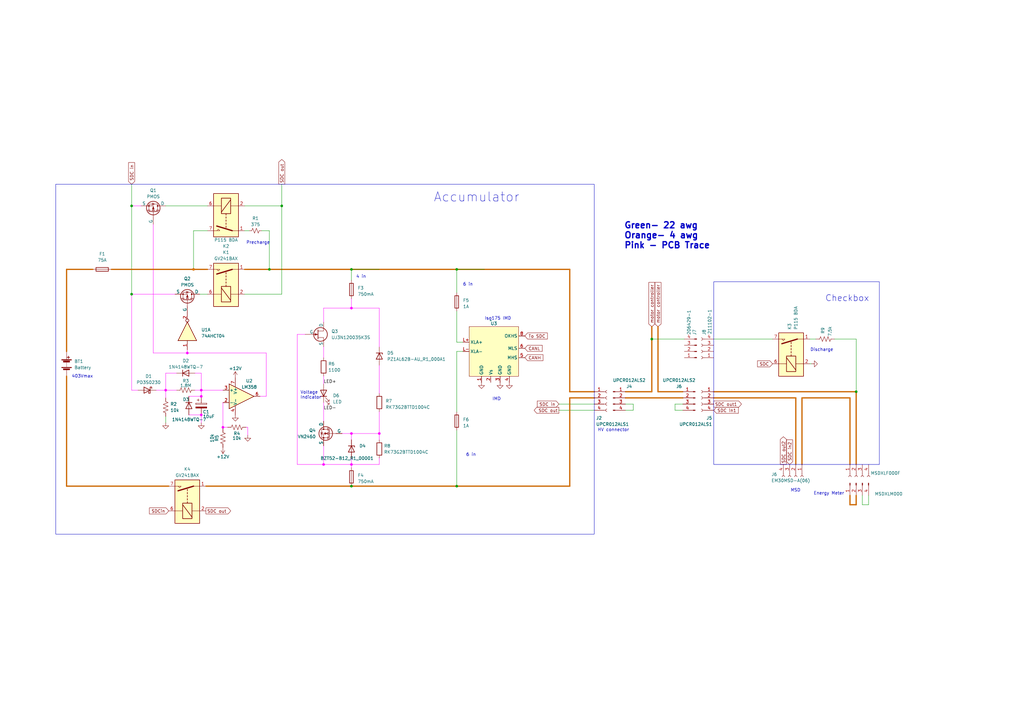
<source format=kicad_sch>
(kicad_sch (version 20231120) (generator "eeschema") (generator_version "8.0")
  (paper "A3")
  (lib_symbols
    (symbol "74xx:74AHCT04"
      (property "Reference" "U" (at 0 1.27 0))
      (property "Value" "74AHCT04" (at 0 -1.27 0))
      (symbol "74AHCT04_1_0"
        (polyline (pts (xy -3.81 3.81) (xy -3.81 -3.81) (xy 3.81 0) (xy -3.81 3.81)) (stroke (width 0.254)) (fill (type background)))
        (pin input line (at -7.62 0 0) (length 3.81) (name "~") (number "1"))
        (pin output inverted (at 7.62 0 180) (length 3.81) (name "~") (number "2"))
      )
      (symbol "74AHCT04_2_0"
        (polyline (pts (xy -3.81 3.81) (xy -3.81 -3.81) (xy 3.81 0) (xy -3.81 3.81)) (stroke (width 0.254)) (fill (type background)))
        (pin input line (at -7.62 0 0) (length 3.81) (name "~") (number "3"))
        (pin output inverted (at 7.62 0 180) (length 3.81) (name "~") (number "4"))
      )
      (symbol "74AHCT04_3_0"
        (polyline (pts (xy -3.81 3.81) (xy -3.81 -3.81) (xy 3.81 0) (xy -3.81 3.81)) (stroke (width 0.254)) (fill (type background)))
        (pin input line (at -7.62 0 0) (length 3.81) (name "~") (number "5"))
        (pin output inverted (at 7.62 0 180) (length 3.81) (name "~") (number "6"))
      )
      (symbol "74AHCT04_4_0"
        (polyline (pts (xy -3.81 3.81) (xy -3.81 -3.81) (xy 3.81 0) (xy -3.81 3.81)) (stroke (width 0.254)) (fill (type background)))
        (pin output inverted (at 7.62 0 180) (length 3.81) (name "~") (number "8"))
        (pin input line (at -7.62 0 0) (length 3.81) (name "~") (number "9"))
      )
      (symbol "74AHCT04_5_0"
        (polyline (pts (xy -3.81 3.81) (xy -3.81 -3.81) (xy 3.81 0) (xy -3.81 3.81)) (stroke (width 0.254)) (fill (type background)))
        (pin output inverted (at 7.62 0 180) (length 3.81) (name "~") (number "10"))
        (pin input line (at -7.62 0 0) (length 3.81) (name "~") (number "11"))
      )
      (symbol "74AHCT04_6_0"
        (polyline (pts (xy -3.81 3.81) (xy -3.81 -3.81) (xy 3.81 0) (xy -3.81 3.81)) (stroke (width 0.254)) (fill (type background)))
        (pin output inverted (at 7.62 0 180) (length 3.81) (name "~") (number "12"))
        (pin input line (at -7.62 0 0) (length 3.81) (name "~") (number "13"))
      )
      (symbol "74AHCT04_7_0"
        (pin power_in line (at 0 12.7 270) (length 5.08) (name "VCC") (number "14"))
        (pin power_in line (at 0 -12.7 90) (length 5.08) (name "GND") (number "7"))
      )
      (symbol "74AHCT04_7_1"
        (rectangle (start -5.08 7.62) (end 5.08 -7.62) (stroke (width 0.254)) (fill (type background)))
      )
    )
    (symbol "Amplifier_Operational:AD8001AN" (pin_names (offset 0.127))
      (property "Reference" "U" (at 0 6.35 0))
      (property "Value" "AD8001AN" (at 0 3.81 0))
      (symbol "AD8001AN_0_1"
        (polyline (pts (xy -5.08 5.08) (xy 5.08 0) (xy -5.08 -5.08) (xy -5.08 5.08)) (stroke (width 0.254)) (fill (type background)))
      )
      (symbol "AD8001AN_1_1"
        (pin no_connect line (at -5.08 -2.54 90) (length 2.54) hide (name "NC") (number "1"))
        (pin input line (at -7.62 -2.54 0) (length 2.54) (name "-") (number "2"))
        (pin input line (at -7.62 2.54 0) (length 2.54) (name "+") (number "3"))
        (pin power_in line (at -2.54 -7.62 90) (length 3.81) (name "V-") (number "4"))
        (pin no_connect line (at -2.54 -2.54 90) (length 2.54) hide (name "NC") (number "5"))
        (pin output line (at 7.62 0 180) (length 2.54) (name "~") (number "6"))
        (pin power_in line (at -2.54 7.62 270) (length 3.81) (name "V+") (number "7"))
        (pin no_connect line (at 0 -2.54 90) (length 2.54) hide (name "NC") (number "8"))
      )
    )
    (symbol "Connector:Conn_01x04_Pin" (pin_names (offset 1.016) hide)
      (property "Reference" "J" (at 0 5.08 0))
      (property "Value" "Conn_01x04_Pin" (at 0 -7.62 0))
      (symbol "Conn_01x04_Pin_1_1"
        (polyline (pts (xy 1.27 -5.08) (xy 0.8636 -5.08)) (stroke (width 0.1524)))
        (polyline (pts (xy 1.27 -2.54) (xy 0.8636 -2.54)) (stroke (width 0.1524)))
        (polyline (pts (xy 1.27 0) (xy 0.8636 0)) (stroke (width 0.1524)))
        (polyline (pts (xy 1.27 2.54) (xy 0.8636 2.54)) (stroke (width 0.1524)))
        (rectangle (start 0.8636 -4.953) (end 0 -5.207) (stroke (width 0.1524)) (fill (type outline)))
        (rectangle (start 0.8636 -2.413) (end 0 -2.667) (stroke (width 0.1524)) (fill (type outline)))
        (rectangle (start 0.8636 0.127) (end 0 -0.127) (stroke (width 0.1524)) (fill (type outline)))
        (rectangle (start 0.8636 2.667) (end 0 2.413) (stroke (width 0.1524)) (fill (type outline)))
        (pin passive line (at 5.08 2.54 180) (length 3.81) (name "Pin_1") (number "1"))
        (pin passive line (at 5.08 0 180) (length 3.81) (name "Pin_2") (number "2"))
        (pin passive line (at 5.08 -2.54 180) (length 3.81) (name "Pin_3") (number "3"))
        (pin passive line (at 5.08 -5.08 180) (length 3.81) (name "Pin_4") (number "4"))
      )
    )
    (symbol "Connector:Conn_01x04_Socket" (pin_names (offset 1.016) hide)
      (property "Reference" "J" (at 0 5.08 0))
      (property "Value" "Conn_01x04_Socket" (at 0 -7.62 0))
      (symbol "Conn_01x04_Socket_1_1"
        (arc (start 0 -4.572) (mid -0.5058 -5.08) (end 0 -5.588) (stroke (width 0.1524)))
        (arc (start 0 -2.032) (mid -0.5058 -2.54) (end 0 -3.048) (stroke (width 0.1524)))
        (polyline (pts (xy -1.27 -5.08) (xy -0.508 -5.08)) (stroke (width 0.1524)))
        (polyline (pts (xy -1.27 -2.54) (xy -0.508 -2.54)) (stroke (width 0.1524)))
        (polyline (pts (xy -1.27 0) (xy -0.508 0)) (stroke (width 0.1524)))
        (polyline (pts (xy -1.27 2.54) (xy -0.508 2.54)) (stroke (width 0.1524)))
        (arc (start 0 0.508) (mid -0.5058 0) (end 0 -0.508) (stroke (width 0.1524)))
        (arc (start 0 3.048) (mid -0.5058 2.54) (end 0 2.032) (stroke (width 0.1524)))
        (pin passive line (at -5.08 2.54 0) (length 3.81) (name "Pin_1") (number "1"))
        (pin passive line (at -5.08 0 0) (length 3.81) (name "Pin_2") (number "2"))
        (pin passive line (at -5.08 -2.54 0) (length 3.81) (name "Pin_3") (number "3"))
        (pin passive line (at -5.08 -5.08 0) (length 3.81) (name "Pin_4") (number "4"))
      )
    )
    (symbol "Device:Battery" (pin_numbers hide) (pin_names (offset 0) hide)
      (property "Reference" "BT" (at 2.54 2.54 0))
      (property "Value" "Battery" (at 2.54 0 0))
      (symbol "Battery_0_1"
        (rectangle (start -2.032 -1.397) (end 2.032 -1.651) (fill (type outline)))
        (rectangle (start -2.032 1.778) (end 2.032 1.524) (fill (type outline)))
        (rectangle (start -1.3208 -1.9812) (end 1.27 -2.4892) (fill (type outline)))
        (rectangle (start -1.3208 1.1938) (end 1.27 0.6858) (fill (type outline)))
        (polyline (pts (xy 0 -1.524) (xy 0 -1.27)))
        (polyline (pts (xy 0 -1.016) (xy 0 -0.762)))
        (polyline (pts (xy 0 -0.508) (xy 0 -0.254)))
        (polyline (pts (xy 0 0) (xy 0 0.254)))
        (polyline (pts (xy 0 0.508) (xy 0 0.762)))
        (polyline (pts (xy 0 1.778) (xy 0 2.54)))
        (polyline (pts (xy 0.254 2.667) (xy 1.27 2.667)) (stroke (width 0.254)))
        (polyline (pts (xy 0.762 3.175) (xy 0.762 2.159)) (stroke (width 0.254)))
      )
      (symbol "Battery_1_1"
        (pin passive line (at 0 5.08 270) (length 2.54) (name "+") (number "1"))
        (pin passive line (at 0 -5.08 90) (length 2.54) (name "-") (number "2"))
      )
    )
    (symbol "Device:C_Polarized" (pin_numbers hide) (pin_names (offset 0.254))
      (property "Reference" "C" (at 0.635 2.54 0))
      (property "Value" "C_Polarized" (at 0.635 -2.54 0))
      (symbol "C_Polarized_0_1"
        (rectangle (start -2.286 0.508) (end 2.286 1.016))
        (polyline (pts (xy -1.778 2.286) (xy -0.762 2.286)))
        (polyline (pts (xy -1.27 2.794) (xy -1.27 1.778)))
        (rectangle (start 2.286 -0.508) (end -2.286 -1.016) (fill (type outline)))
      )
      (symbol "C_Polarized_1_1"
        (pin passive line (at 0 3.81 270) (length 2.794) (name "~") (number "1"))
        (pin passive line (at 0 -3.81 90) (length 2.794) (name "~") (number "2"))
      )
    )
    (symbol "Device:D_Schottky" (pin_numbers hide) (pin_names (offset 1.016) hide)
      (property "Reference" "D" (at 0 2.54 0))
      (property "Value" "D_Schottky" (at 0 -2.54 0))
      (symbol "D_Schottky_0_1"
        (polyline (pts (xy 1.27 0) (xy -1.27 0)))
        (polyline (pts (xy 1.27 1.27) (xy 1.27 -1.27) (xy -1.27 0) (xy 1.27 1.27)) (stroke (width 0.254)))
        (polyline (pts (xy -1.905 0.635) (xy -1.905 1.27) (xy -1.27 1.27) (xy -1.27 -1.27) (xy -0.635 -1.27) (xy -0.635 -0.635)) (stroke (width 0.254)))
      )
      (symbol "D_Schottky_1_1"
        (pin passive line (at -3.81 0 0) (length 2.54) (name "K") (number "1"))
        (pin passive line (at 3.81 0 180) (length 2.54) (name "A") (number "2"))
      )
    )
    (symbol "Device:D_Zener" (pin_numbers hide) (pin_names (offset 1.016) hide)
      (property "Reference" "D" (at 0 2.54 0))
      (property "Value" "D_Zener" (at 0 -2.54 0))
      (symbol "D_Zener_0_1"
        (polyline (pts (xy 1.27 0) (xy -1.27 0)))
        (polyline (pts (xy -1.27 -1.27) (xy -1.27 1.27) (xy -0.762 1.27)) (stroke (width 0.254)))
        (polyline (pts (xy 1.27 -1.27) (xy 1.27 1.27) (xy -1.27 0) (xy 1.27 -1.27)) (stroke (width 0.254)))
      )
      (symbol "D_Zener_1_1"
        (pin passive line (at -3.81 0 0) (length 2.54) (name "K") (number "1"))
        (pin passive line (at 3.81 0 180) (length 2.54) (name "A") (number "2"))
      )
    )
    (symbol "Device:Fuse" (pin_numbers hide) (pin_names (offset 0))
      (property "Reference" "F" (at 2.032 0 90))
      (property "Value" "Fuse" (at -1.905 0 90))
      (symbol "Fuse_0_1"
        (rectangle (start -0.762 -2.54) (end 0.762 2.54) (stroke (width 0.254)))
        (polyline (pts (xy 0 2.54) (xy 0 -2.54)))
      )
      (symbol "Fuse_1_1"
        (pin passive line (at 0 3.81 270) (length 1.27) (name "~") (number "1"))
        (pin passive line (at 0 -3.81 90) (length 1.27) (name "~") (number "2"))
      )
    )
    (symbol "Device:LED" (pin_numbers hide) (pin_names (offset 1.016) hide)
      (property "Reference" "D" (at 0 2.54 0))
      (property "Value" "LED" (at 0 -2.54 0))
      (symbol "LED_0_1"
        (polyline (pts (xy -1.27 -1.27) (xy -1.27 1.27)) (stroke (width 0.254)))
        (polyline (pts (xy -1.27 0) (xy 1.27 0)))
        (polyline (pts (xy 1.27 -1.27) (xy 1.27 1.27) (xy -1.27 0) (xy 1.27 -1.27)) (stroke (width 0.254)))
        (polyline (pts (xy -3.048 -0.762) (xy -4.572 -2.286) (xy -3.81 -2.286) (xy -4.572 -2.286) (xy -4.572 -1.524)))
        (polyline (pts (xy -1.778 -0.762) (xy -3.302 -2.286) (xy -2.54 -2.286) (xy -3.302 -2.286) (xy -3.302 -1.524)))
      )
      (symbol "LED_1_1"
        (pin passive line (at -3.81 0 0) (length 2.54) (name "K") (number "1"))
        (pin passive line (at 3.81 0 180) (length 2.54) (name "A") (number "2"))
      )
    )
    (symbol "Device:R" (pin_numbers hide) (pin_names (offset 0))
      (property "Reference" "R" (at 2.032 0 90))
      (property "Value" "R" (at 0 0 90))
      (symbol "R_0_1"
        (rectangle (start -1.016 -2.54) (end 1.016 2.54) (stroke (width 0.254)))
      )
      (symbol "R_1_1"
        (pin passive line (at 0 3.81 270) (length 1.27) (name "~") (number "1"))
        (pin passive line (at 0 -3.81 90) (length 1.27) (name "~") (number "2"))
      )
    )
    (symbol "Device:R_Small_US" (pin_numbers hide) (pin_names (offset 0.254) hide)
      (property "Reference" "R" (at 0.762 0.508 0))
      (property "Value" "R_Small_US" (at 0.762 -1.016 0))
      (symbol "R_Small_US_1_1"
        (polyline (pts (xy 0 0) (xy 1.016 -0.381) (xy 0 -0.762) (xy -1.016 -1.143) (xy 0 -1.524)))
        (polyline (pts (xy 0 1.524) (xy 1.016 1.143) (xy 0 0.762) (xy -1.016 0.381) (xy 0 0)))
        (pin passive line (at 0 2.54 270) (length 1.016) (name "~") (number "1"))
        (pin passive line (at 0 -2.54 90) (length 1.016) (name "~") (number "2"))
      )
    )
    (symbol "Device:R_US" (pin_numbers hide) (pin_names (offset 0))
      (property "Reference" "R" (at 2.54 0 90))
      (property "Value" "R_US" (at -2.54 0 90))
      (symbol "R_US_0_1"
        (polyline (pts (xy 0 -2.286) (xy 0 -2.54)))
        (polyline (pts (xy 0 2.286) (xy 0 2.54)))
        (polyline (pts (xy 0 -0.762) (xy 1.016 -1.143) (xy 0 -1.524) (xy -1.016 -1.905) (xy 0 -2.286)))
        (polyline (pts (xy 0 0.762) (xy 1.016 0.381) (xy 0 0) (xy -1.016 -0.381) (xy 0 -0.762)))
        (polyline (pts (xy 0 2.286) (xy 1.016 1.905) (xy 0 1.524) (xy -1.016 1.143) (xy 0 0.762)))
      )
      (symbol "R_US_1_1"
        (pin passive line (at 0 3.81 270) (length 1.27) (name "~") (number "1"))
        (pin passive line (at 0 -3.81 90) (length 1.27) (name "~") (number "2"))
      )
    )
    (symbol "Diode:BAV302" (pin_numbers hide) (pin_names hide)
      (property "Reference" "D" (at 0 2.54 0))
      (property "Value" "BAV302" (at 0 -2.54 0))
      (symbol "BAV302_0_1"
        (polyline (pts (xy -1.27 1.27) (xy -1.27 -1.27)) (stroke (width 0.254)))
        (polyline (pts (xy 1.27 0) (xy -1.27 0)))
        (polyline (pts (xy 1.27 1.27) (xy 1.27 -1.27) (xy -1.27 0) (xy 1.27 1.27)) (stroke (width 0.254)))
      )
      (symbol "BAV302_1_1"
        (pin passive line (at -3.81 0 0) (length 2.54) (name "K") (number "1"))
        (pin passive line (at 3.81 0 180) (length 2.54) (name "A") (number "2"))
      )
    )
    (symbol "FSAE:IMD"
      (property "Reference" "U" (at 0 0 0))
      (symbol "IMD_0_1"
        (rectangle (start -8.89 22.86) (end 11.43 2.54) (fill (type background)))
      )
      (symbol "IMD_1_1"
        (pin bidirectional line (at -3.81 25.4 270) (length 2.54) (name "GND") (number "1"))
        (pin power_in line (at 0 25.4 270) (length 2.54) (name "Vs") (number "2"))
        (pin bidirectional line (at 3.81 25.4 270) (length 2.54) (name "GND") (number "3"))
        (pin bidirectional line (at 7.62 25.4 270) (length 2.54) (name "GND") (number "4"))
        (pin output line (at 13.97 15.24 180) (length 2.54) (name "MHS") (number "5"))
        (pin output line (at 13.97 11.43 180) (length 2.54) (name "MLS") (number "6"))
        (pin output line (at 13.97 6.35 180) (length 2.54) (name "OKHS") (number "8"))
        (pin input line (at -11.43 8.89 0) (length 2.54) (name "XLA+") (number "L+"))
        (pin input line (at -11.43 12.7 0) (length 2.54) (name "XLA-") (number "L-"))
      )
    )
    (symbol "Relay:DIPxx-1Axx-12x"
      (property "Reference" "K" (at 8.89 3.81 0))
      (property "Value" "DIPxx-1Axx-12x" (at 8.89 1.27 0))
      (symbol "DIPxx-1Axx-12x_0_0"
        (polyline (pts (xy 5.08 5.08) (xy 5.08 2.54) (xy 4.445 3.175) (xy 5.08 3.81)))
      )
      (symbol "DIPxx-1Axx-12x_0_1"
        (rectangle (start -10.16 5.08) (end 7.62 -5.08) (stroke (width 0.254)) (fill (type background)))
        (rectangle (start -8.255 1.905) (end -1.905 -1.905) (stroke (width 0.254)))
        (polyline (pts (xy -7.62 -1.905) (xy -2.54 1.905)) (stroke (width 0.254)))
        (polyline (pts (xy -5.08 -5.08) (xy -5.08 -1.905)))
        (polyline (pts (xy -5.08 5.08) (xy -5.08 1.905)))
        (polyline (pts (xy -1.905 0) (xy -1.27 0)) (stroke (width 0.254)))
        (polyline (pts (xy -0.635 0) (xy 0 0)) (stroke (width 0.254)))
        (polyline (pts (xy 0.635 0) (xy 1.27 0)) (stroke (width 0.254)))
        (polyline (pts (xy 1.905 0) (xy 2.54 0)) (stroke (width 0.254)))
        (polyline (pts (xy 3.175 0) (xy 3.81 0)) (stroke (width 0.254)))
        (polyline (pts (xy 5.08 -2.54) (xy 3.175 3.81)) (stroke (width 0.508)))
        (polyline (pts (xy 5.08 -2.54) (xy 5.08 -5.08)))
      )
      (symbol "DIPxx-1Axx-12x_1_1"
        (pin passive line (at 5.08 -7.62 90) (length 2.54) (name "~") (number "1"))
        (pin passive line (at -5.08 -7.62 90) (length 2.54) hide (name "~") (number "13"))
        (pin passive line (at 5.08 -7.62 90) (length 2.54) hide (name "~") (number "14"))
        (pin passive line (at -5.08 -7.62 90) (length 2.54) (name "~") (number "2"))
        (pin passive line (at -5.08 7.62 270) (length 2.54) (name "~") (number "6"))
        (pin passive line (at 5.08 7.62 270) (length 2.54) (name "~") (number "7"))
        (pin passive line (at 5.08 7.62 270) (length 2.54) hide (name "~") (number "8"))
      )
    )
    (symbol "Simulation_SPICE:NJFET" (pin_numbers hide) (pin_names (offset 0))
      (property "Reference" "Q2" (at 5.715 1.27 0))
      (property "Value" "UJ3N120035K3S" (at 5.715 -1.27 0))
      (symbol "NJFET_0_1"
        (polyline (pts (xy 0.254 1.905) (xy 0.254 -1.905) (xy 0.254 -1.905)) (stroke (width 0.254)))
        (polyline (pts (xy 2.54 -2.54) (xy 2.54 -1.27) (xy 0.254 -1.27)))
        (polyline (pts (xy 2.54 2.54) (xy 2.54 1.397) (xy 0.254 1.397)))
        (polyline (pts (xy 0 0) (xy -1.016 0.381) (xy -1.016 -0.381) (xy 0 0)) (fill (type outline)))
        (circle (center 1.27 0) (radius 2.8194) (stroke (width 0.254)))
      )
      (symbol "NJFET_1_1"
        (pin input line (at -5.08 0 0) (length 5.334) (name "G") (number "1"))
        (pin passive line (at 2.54 5.08 270) (length 2.54) (name "D") (number "2"))
        (pin passive line (at 2.54 -5.08 90) (length 2.54) (name "S") (number "3"))
      )
    )
    (symbol "Simulation_SPICE:NMOS" (pin_numbers hide) (pin_names (offset 0))
      (property "Reference" "Q1" (at 5.715 1.27 0))
      (property "Value" "VN2460" (at 5.715 -1.27 0))
      (symbol "NMOS_0_1"
        (polyline (pts (xy 0.254 0) (xy -2.54 0)))
        (polyline (pts (xy 0.254 1.905) (xy 0.254 -1.905)) (stroke (width 0.254)))
        (polyline (pts (xy 0.762 -1.27) (xy 0.762 -2.286)) (stroke (width 0.254)))
        (polyline (pts (xy 0.762 0.508) (xy 0.762 -0.508)) (stroke (width 0.254)))
        (polyline (pts (xy 0.762 2.286) (xy 0.762 1.27)) (stroke (width 0.254)))
        (polyline (pts (xy 2.54 2.54) (xy 2.54 1.778)))
        (polyline (pts (xy 2.54 -2.54) (xy 2.54 0) (xy 0.762 0)))
        (polyline (pts (xy 0.762 -1.778) (xy 3.302 -1.778) (xy 3.302 1.778) (xy 0.762 1.778)))
        (polyline (pts (xy 1.016 0) (xy 2.032 0.381) (xy 2.032 -0.381) (xy 1.016 0)) (fill (type outline)))
        (polyline (pts (xy 2.794 0.508) (xy 2.921 0.381) (xy 3.683 0.381) (xy 3.81 0.254)))
        (polyline (pts (xy 3.302 0.381) (xy 2.921 -0.254) (xy 3.683 -0.254) (xy 3.302 0.381)))
        (circle (center 1.651 0) (radius 2.794) (stroke (width 0.254)))
        (circle (center 2.54 -1.778) (radius 0.254) (fill (type outline)))
        (circle (center 2.54 1.778) (radius 0.254) (fill (type outline)))
      )
      (symbol "NMOS_1_1"
        (pin passive line (at 2.54 -5.08 90) (length 2.54) (name "S") (number "1"))
        (pin input line (at -5.08 0 0) (length 2.54) (name "G") (number "2"))
        (pin passive line (at 2.54 5.08 270) (length 2.54) (name "D") (number "3"))
      )
    )
    (symbol "Simulation_SPICE:PMOS" (pin_numbers hide) (pin_names (offset 0))
      (property "Reference" "Q" (at 5.08 1.27 0))
      (property "Value" "PMOS" (at 5.08 -1.27 0))
      (symbol "PMOS_0_1"
        (polyline (pts (xy 0.254 0) (xy -2.54 0)))
        (polyline (pts (xy 0.254 1.905) (xy 0.254 -1.905)) (stroke (width 0.254)))
        (polyline (pts (xy 0.762 -1.27) (xy 0.762 -2.286)) (stroke (width 0.254)))
        (polyline (pts (xy 0.762 0.508) (xy 0.762 -0.508)) (stroke (width 0.254)))
        (polyline (pts (xy 0.762 2.286) (xy 0.762 1.27)) (stroke (width 0.254)))
        (polyline (pts (xy 2.54 2.54) (xy 2.54 1.778)))
        (polyline (pts (xy 2.54 -2.54) (xy 2.54 0) (xy 0.762 0)))
        (polyline (pts (xy 0.762 1.778) (xy 3.302 1.778) (xy 3.302 -1.778) (xy 0.762 -1.778)))
        (polyline (pts (xy 2.286 0) (xy 1.27 0.381) (xy 1.27 -0.381) (xy 2.286 0)) (fill (type outline)))
        (polyline (pts (xy 2.794 -0.508) (xy 2.921 -0.381) (xy 3.683 -0.381) (xy 3.81 -0.254)))
        (polyline (pts (xy 3.302 -0.381) (xy 2.921 0.254) (xy 3.683 0.254) (xy 3.302 -0.381)))
        (circle (center 1.651 0) (radius 2.794) (stroke (width 0.254)))
        (circle (center 2.54 -1.778) (radius 0.254) (fill (type outline)))
        (circle (center 2.54 1.778) (radius 0.254) (fill (type outline)))
      )
      (symbol "PMOS_1_1"
        (pin passive line (at 2.54 5.08 270) (length 2.54) (name "D") (number "1"))
        (pin input line (at -5.08 0 0) (length 2.54) (name "G") (number "2"))
        (pin passive line (at 2.54 -5.08 90) (length 2.54) (name "S") (number "3"))
      )
    )
    (symbol "power:+12V" (power) (pin_names (offset 0))
      (property "Value" "+12V" (at 0 3.556 0))
      (symbol "+12V_0_1"
        (polyline (pts (xy -0.762 1.27) (xy 0 2.54)))
        (polyline (pts (xy 0 0) (xy 0 2.54)))
        (polyline (pts (xy 0 2.54) (xy 0.762 1.27)))
      )
      (symbol "+12V_1_1"
        (pin power_in line (at 0 0 90) (length 0) hide (name "+12V") (number "1"))
      )
    )
    (symbol "power:GND" (power) (pin_names (offset 0))
      (property "Value" "GND" (at 0 -3.81 0))
      (symbol "GND_0_1"
        (polyline (pts (xy 0 0) (xy 0 -1.27) (xy 1.27 -1.27) (xy 0 -2.54) (xy -1.27 -1.27) (xy 0 -1.27)))
      )
      (symbol "GND_1_1"
        (pin power_in line (at 0 0 270) (length 0) hide (name "GND") (number "1"))
      )
    )
  )
  (junction (at 91.44 175.26) (color 255 0 255 1))
  (junction (at 67.945 160.02) (color 255 0 255 1))
  (junction (at 79.375 110.49) (color 204 102 0 1))
  (junction (at 132.715 190.5) (color 255 0 255 1))
  (junction (at 76.835 144.78) (color 255 0 255 1))
  (junction (at 144.145 126.365) (color 255 0 255 1))
  (junction (at 82.55 160.02) (color 255 0 255 1))
  (junction (at 82.55 162.56) (color 255 0 255 1))
  (junction (at 82.55 170.18) (color 255 0 255 1))
  (junction (at 187.325 110.49))
  (junction (at 187.325 199.39))
  (junction (at 144.145 177.8) (color 255 0 255 1))
  (junction (at 144.145 190.5) (color 255 0 255 1))
  (junction (at 155.575 177.8) (color 255 0 255 1))
  (junction (at 267.335 139.065))
  (junction (at 53.975 120.65))
  (junction (at 110.49 110.49))
  (junction (at 144.145 110.49))
  (junction (at 144.145 199.39))
  (junction (at 351.155 160.655))
  (junction (at 53.975 84.455))
  (junction (at 115.57 84.455))
  (wire (pts (xy 53.975 84.455) (xy 53.975 120.65)))
  (wire (pts (xy 229.235 165.735) (xy 243.84 165.735)))
  (wire (pts (xy 326.39 163.195) (xy 292.735 163.195)) (stroke (width 0.508) (color 204 102 0 1)))
  (wire (pts (xy 267.335 139.065) (xy 280.67 139.065)))
  (wire (pts (xy 353.695 203.2) (xy 353.695 207.01)))
  (wire (pts (xy 328.93 163.195) (xy 328.93 190.5)) (stroke (width 0.508) (color 204 102 0 1)))
  (wire (pts (xy 132.715 190.5) (xy 121.92 190.5)) (stroke (width 0) (color 255 0 255 1)))
  (wire (pts (xy 132.715 126.365) (xy 132.715 132.08)) (stroke (width 0) (color 255 0 255 1)))
  (wire (pts (xy 67.945 160.02) (xy 72.39 160.02)) (stroke (width 0) (color 255 0 255 1)))
  (wire (pts (xy 53.975 120.65) (xy 71.755 120.65)) (stroke (width 0) (color 255 0 255 1)))
  (wire (pts (xy 187.325 110.49) (xy 187.325 120.015)))
  (wire (pts (xy 351.155 207.01) (xy 351.155 203.2)) (stroke (width 0.508) (color 204 102 0 1)))
  (wire (pts (xy 64.135 160.02) (xy 67.945 160.02)) (stroke (width 0) (color 255 0 255 1)))
  (wire (pts (xy 79.375 94.615) (xy 85.09 94.615)))
  (wire (pts (xy 259.715 168.275) (xy 256.54 168.275)))
  (wire (pts (xy 82.55 170.18) (xy 82.55 173.355)) (stroke (width 0) (color 255 0 255 1)))
  (wire (pts (xy 189.865 144.145) (xy 187.325 144.145)))
  (wire (pts (xy 27.305 199.39) (xy 69.215 199.39)) (stroke (width 0.508) (color 204 102 0 1)))
  (wire (pts (xy 82.55 160.02) (xy 91.44 160.02)) (stroke (width 0) (color 255 0 255 1)))
  (wire (pts (xy 348.615 163.195) (xy 348.615 190.5)) (stroke (width 0.508) (color 204 102 0 1)))
  (wire (pts (xy 132.715 182.88) (xy 132.715 190.5)) (stroke (width 0) (color 255 0 255 1)))
  (wire (pts (xy 67.945 170.815) (xy 67.945 173.355)))
  (wire (pts (xy 53.975 160.02) (xy 56.515 160.02)) (stroke (width 0) (color 255 0 255 1)))
  (wire (pts (xy 85.09 84.455) (xy 67.945 84.455)))
  (wire (pts (xy 100.33 84.455) (xy 115.57 84.455)))
  (wire (pts (xy 233.68 110.49) (xy 233.68 160.655)) (stroke (width 0.508) (color 204 102 0 1)))
  (wire (pts (xy 82.55 162.56) (xy 82.55 160.02)) (stroke (width 0) (color 255 0 255 1)))
  (wire (pts (xy 187.325 199.39) (xy 198.755 199.39)))
  (wire (pts (xy 27.305 144.145) (xy 27.305 110.49)) (stroke (width 0.508) (color 204 102 0 1)))
  (wire (pts (xy 187.325 199.39) (xy 233.68 199.39)) (stroke (width 0.508) (color 204 102 0 1)))
  (wire (pts (xy 101.6 175.26) (xy 101.6 178.435)) (stroke (width 0) (color 255 0 255 1)))
  (wire (pts (xy 115.57 120.65) (xy 100.33 120.65)))
  (wire (pts (xy 144.145 177.8) (xy 155.575 177.8)) (stroke (width 0) (color 255 0 255 1)))
  (wire (pts (xy 57.785 84.455) (xy 53.975 84.455)) (stroke (width 0) (color 255 0 255 1)))
  (wire (pts (xy 353.695 207.01) (xy 356.235 207.01)))
  (wire (pts (xy 280.035 165.735) (xy 276.86 165.735)))
  (wire (pts (xy 132.715 142.24) (xy 132.715 146.685)) (stroke (width 0) (color 255 0 255 1)))
  (wire (pts (xy 144.145 110.49) (xy 144.145 114.935)))
  (wire (pts (xy 342.265 139.065) (xy 351.155 139.065)))
  (wire (pts (xy 110.49 110.49) (xy 100.33 110.49)) (stroke (width 0.508) (color 204 102 0 1)))
  (wire (pts (xy 187.325 127.635) (xy 187.325 140.335)))
  (wire (pts (xy 132.715 190.5) (xy 144.145 190.5)) (stroke (width 0) (color 255 0 255 1)))
  (wire (pts (xy 233.68 199.39) (xy 233.68 163.195)) (stroke (width 0.508) (color 204 102 0 1)))
  (wire (pts (xy 67.945 160.02) (xy 67.945 163.195)) (stroke (width 0) (color 255 0 255 1)))
  (wire (pts (xy 351.155 190.5) (xy 351.155 160.655)) (stroke (width 0.508) (color 204 102 0 1)))
  (wire (pts (xy 72.39 153.035) (xy 67.945 153.035)) (stroke (width 0) (color 255 0 255 1)))
  (wire (pts (xy 155.575 149.86) (xy 155.575 161.29)) (stroke (width 0) (color 255 0 255 1)))
  (wire (pts (xy 144.145 190.5) (xy 144.145 191.77)) (stroke (width 0) (color 255 0 255 1)))
  (wire (pts (xy 144.145 199.39) (xy 187.325 199.39)) (stroke (width 0.508) (color 204 102 0 1)))
  (wire (pts (xy 100.965 175.26) (xy 101.6 175.26)) (stroke (width 0) (color 255 0 255 1)))
  (wire (pts (xy 326.39 163.195) (xy 326.39 190.5)) (stroke (width 0.508) (color 204 102 0 1)))
  (wire (pts (xy 276.86 165.735) (xy 276.86 168.275)))
  (wire (pts (xy 115.57 84.455) (xy 115.57 120.65)))
  (wire (pts (xy 53.975 75.565) (xy 53.975 84.455)))
  (wire (pts (xy 292.735 139.065) (xy 316.865 139.065)))
  (wire (pts (xy 81.915 120.65) (xy 85.09 120.65)))
  (wire (pts (xy 45.72 110.49) (xy 79.375 110.49)) (stroke (width 0.508) (color 204 102 0 1)))
  (wire (pts (xy 62.865 92.075) (xy 62.865 144.78)) (stroke (width 0) (color 255 0 255 1)))
  (wire (pts (xy 144.145 110.49) (xy 155.575 110.49)))
  (wire (pts (xy 77.47 170.18) (xy 82.55 170.18)) (stroke (width 0) (color 255 0 255 1)))
  (wire (pts (xy 256.54 160.655) (xy 267.335 160.655)) (stroke (width 0.508) (color 204 102 0 1)))
  (wire (pts (xy 67.945 153.035) (xy 67.945 160.02)) (stroke (width 0) (color 255 0 255 1)))
  (wire (pts (xy 77.47 162.56) (xy 82.55 162.56)) (stroke (width 0) (color 255 0 255 1)))
  (wire (pts (xy 155.575 177.8) (xy 155.575 168.91)) (stroke (width 0) (color 255 0 255 1)))
  (wire (pts (xy 229.235 168.275) (xy 243.84 168.275)))
  (wire (pts (xy 144.145 187.96) (xy 144.145 190.5)) (stroke (width 0) (color 255 0 255 1)))
  (wire (pts (xy 82.55 153.035) (xy 82.55 160.02)) (stroke (width 0) (color 255 0 255 1)))
  (wire (pts (xy 100.33 94.615) (xy 102.235 94.615)))
  (wire (pts (xy 267.335 139.065) (xy 267.335 160.655)) (stroke (width 0.508) (color 204 102 0 1)))
  (wire (pts (xy 27.305 154.305) (xy 27.305 199.39)) (stroke (width 0.508) (color 204 102 0 1)))
  (wire (pts (xy 82.55 153.035) (xy 80.01 153.035)) (stroke (width 0) (color 255 0 255 1)))
  (wire (pts (xy 91.44 165.1) (xy 91.44 175.26)) (stroke (width 0) (color 255 0 255 1)))
  (wire (pts (xy 62.865 144.78) (xy 76.835 144.78)) (stroke (width 0) (color 255 0 255 1)))
  (wire (pts (xy 121.92 137.16) (xy 125.095 137.16)) (stroke (width 0) (color 255 0 255 1)))
  (wire (pts (xy 233.68 163.195) (xy 243.84 163.195)) (stroke (width 0.508) (color 204 102 0 1)))
  (wire (pts (xy 144.145 190.5) (xy 155.575 190.5)) (stroke (width 0) (color 255 0 255 1)))
  (wire (pts (xy 132.715 154.305) (xy 132.715 157.48)) (stroke (width 0) (color 255 0 255 1)))
  (wire (pts (xy 292.735 160.655) (xy 351.155 160.655)) (stroke (width 0.508) (color 204 102 0 1)))
  (wire (pts (xy 187.325 176.53) (xy 187.325 199.39)))
  (wire (pts (xy 79.375 110.49) (xy 79.375 94.615)))
  (wire (pts (xy 144.145 177.8) (xy 144.145 180.34)) (stroke (width 0) (color 255 0 255 1)))
  (wire (pts (xy 332.105 149.225) (xy 332.74 149.225)))
  (wire (pts (xy 76.835 144.78) (xy 76.835 143.51)) (stroke (width 0) (color 255 0 255 1)))
  (wire (pts (xy 356.235 207.01) (xy 356.235 203.2)))
  (wire (pts (xy 256.54 165.735) (xy 259.715 165.735)))
  (wire (pts (xy 79.375 110.49) (xy 85.09 110.49)) (stroke (width 0.508) (color 204 102 0 1)))
  (wire (pts (xy 144.145 122.555) (xy 144.145 126.365)) (stroke (width 0) (color 255 0 255 1)))
  (wire (pts (xy 110.49 94.615) (xy 110.49 110.49)))
  (wire (pts (xy 155.575 142.24) (xy 155.575 126.365)) (stroke (width 0) (color 255 0 255 1)))
  (wire (pts (xy 348.615 207.01) (xy 348.615 203.2)) (stroke (width 0.508) (color 204 102 0 1)))
  (wire (pts (xy 233.68 160.655) (xy 243.84 160.655)) (stroke (width 0.508) (color 204 102 0 1)))
  (wire (pts (xy 155.575 177.8) (xy 155.575 180.34)) (stroke (width 0) (color 255 0 255 1)))
  (wire (pts (xy 53.975 120.65) (xy 53.975 160.02)) (stroke (width 0) (color 255 0 255 1)))
  (wire (pts (xy 187.325 110.49) (xy 233.68 110.49)) (stroke (width 0.508) (color 204 102 0 1)))
  (wire (pts (xy 91.44 175.895) (xy 91.44 175.26)))
  (wire (pts (xy 256.54 163.195) (xy 280.035 163.195)) (stroke (width 0.508) (color 204 102 0 1)))
  (wire (pts (xy 267.335 133.985) (xy 267.335 139.065)) (stroke (width 0.508) (color 204 102 0 1)))
  (wire (pts (xy 109.22 162.56) (xy 109.22 144.78)) (stroke (width 0) (color 255 0 255 1)))
  (wire (pts (xy 187.325 140.335) (xy 189.865 140.335)))
  (wire (pts (xy 140.335 177.8) (xy 144.145 177.8)) (stroke (width 0) (color 255 0 255 1)))
  (wire (pts (xy 110.49 110.49) (xy 144.145 110.49)) (stroke (width 0.508) (color 204 102 0 1)))
  (wire (pts (xy 155.575 190.5) (xy 155.575 187.96)) (stroke (width 0) (color 255 0 255 1)))
  (wire (pts (xy 144.145 110.49) (xy 187.325 110.49)) (stroke (width 0.508) (color 204 102 0 1)))
  (wire (pts (xy 80.01 160.02) (xy 82.55 160.02)) (stroke (width 0) (color 255 0 255 1)))
  (wire (pts (xy 187.325 144.145) (xy 187.325 168.91)))
  (wire (pts (xy 351.155 139.065) (xy 351.155 160.655)))
  (wire (pts (xy 107.315 94.615) (xy 110.49 94.615)))
  (wire (pts (xy 132.715 165.1) (xy 132.715 172.72)) (stroke (width 0) (color 255 0 255 1)))
  (wire (pts (xy 109.22 162.56) (xy 106.68 162.56)) (stroke (width 0) (color 255 0 255 1)))
  (wire (pts (xy 84.455 199.39) (xy 144.145 199.39)) (stroke (width 0.508) (color 204 102 0 1)))
  (wire (pts (xy 328.93 163.195) (xy 348.615 163.195)) (stroke (width 0.508) (color 204 102 0 1)))
  (wire (pts (xy 109.22 144.78) (xy 76.835 144.78)) (stroke (width 0) (color 255 0 255 1)))
  (wire (pts (xy 187.325 110.49) (xy 198.755 110.49)))
  (wire (pts (xy 144.145 126.365) (xy 155.575 126.365)) (stroke (width 0) (color 255 0 255 1)))
  (wire (pts (xy 351.155 207.01) (xy 348.615 207.01)) (stroke (width 0.508) (color 204 102 0 1)))
  (wire (pts (xy 27.305 110.49) (xy 38.1 110.49)) (stroke (width 0.508) (color 204 102 0 1)))
  (wire (pts (xy 269.875 133.985) (xy 269.875 160.655)) (stroke (width 0.508) (color 204 102 0 1)))
  (wire (pts (xy 332.105 139.065) (xy 334.645 139.065)))
  (wire (pts (xy 115.57 84.455) (xy 115.57 75.565)))
  (wire (pts (xy 259.715 165.735) (xy 259.715 168.275)))
  (wire (pts (xy 269.875 160.655) (xy 280.035 160.655)) (stroke (width 0.508) (color 204 102 0 1)))
  (wire (pts (xy 121.92 190.5) (xy 121.92 137.16)) (stroke (width 0) (color 255 0 255 1)))
  (wire (pts (xy 91.44 175.26) (xy 93.345 175.26)) (stroke (width 0) (color 255 0 255 1)))
  (wire (pts (xy 276.86 168.275) (xy 280.035 168.275)))
  (wire (pts (xy 132.715 126.365) (xy 144.145 126.365)) (stroke (width 0) (color 255 0 255 1)))
  (rectangle (start 292.735 115.57) (end 360.68 190.5))
  (rectangle (start 22.86 75.565) (end 243.713 219.075))
  (text "403Vmax" (at 33.782 154.432 0) (effects (font (size 1.27 1.27))))
  (text "Iso175 IMD\n" (at 198.755 131.445 0) (effects (font (size 1.27 1.27)) (justify left bottom)))
  (text "Discharge \n" (at 342.773 144.272 0) (effects (font (size 1.27 1.27)) (justify right bottom)))
  (text "6 in" (at 189.865 117.475 0) (effects (font (size 1.27 1.27)) (justify left bottom)))
  (text "Accumulator" (at 177.8 83.185 0) (effects (font (size 3.81 3.81)) (justify left bottom)))
  (text "IMD\n" (at 201.93 164.465 0) (effects (font (size 1.27 1.27)) (justify left bottom)))
  (text "Checkbox" (at 347.472 122.428 0) (effects (font (size 2.54 2.54))))
  (text "MSD" (at 324.231 201.93 0) (effects (font (size 1.27 1.27)) (justify left bottom)))
  (text "6 in" (at 191.135 187.325 0) (effects (font (size 1.27 1.27)) (justify left bottom)))
  (text "Precharge" (at 100.965 100.33 0) (effects (font (size 1.27 1.27)) (justify left bottom)))
  (text "Green- 22 awg\nOrange- 4 awg\nPink - PCB Trace" (at 255.905 102.235 0) (effects (font (size 2.54 2.54) (thickness 0.508) (bold yes)) (justify left bottom)))
  (text "Energy Meter" (at 339.979 202.438 0) (effects (font (size 1.27 1.27))))
  (text "HV connector" (at 245.11 177.165 0) (effects (font (size 1.27 1.27)) (justify left bottom)))
  (text "4 in" (at 146.05 114.3 0) (effects (font (size 1.27 1.27)) (justify left bottom)))
  (text "Voltage \nIndicator\n" (at 123.19 163.83 0) (effects (font (size 1.27 1.27)) (justify left bottom)))
  (label "LED-" (at 132.715 168.275 0))
  (label "LED+" (at 132.715 157.48 0))
  (global_label "SDC in2" (shape input) (at 323.85 190.5 90) (property "Intersheetrefs" "${INTERSHEET_REFS}" (effects (hide yes))))
  (global_label "SDC out" (shape output) (at 229.235 168.275 180) (property "Intersheetrefs" "${INTERSHEET_REFS}" (effects (hide yes))))
  (global_label "SDC" (shape input) (at 316.865 149.225 180) (property "Intersheetrefs" "${INTERSHEET_REFS}" (effects (hide yes))))
  (global_label "SDC in" (shape input) (at 53.975 75.565 90) (property "Intersheetrefs" "${INTERSHEET_REFS}" (effects (hide yes))))
  (global_label "CANL" (shape input) (at 215.265 142.875 0) (property "Intersheetrefs" "${INTERSHEET_REFS}" (effects (hide yes))))
  (global_label "SDCin" (shape input) (at 69.215 209.55 180) (property "Intersheetrefs" "${INTERSHEET_REFS}" (effects (hide yes))))
  (global_label "SDC out" (shape output) (at 115.57 75.565 90) (property "Intersheetrefs" "${INTERSHEET_REFS}" (effects (hide yes))))
  (global_label "motor controller" (shape input) (at 267.335 133.985 90) (property "Intersheetrefs" "${INTERSHEET_REFS}" (effects (hide yes))))
  (global_label "SDC in1" (shape input) (at 292.735 168.275 0) (property "Intersheetrefs" "${INTERSHEET_REFS}" (effects (hide yes))))
  (global_label "SDC out" (shape output) (at 84.455 209.55 0) (property "Intersheetrefs" "${INTERSHEET_REFS}" (effects (hide yes))))
  (global_label "motor controller" (shape input) (at 269.875 133.985 90) (property "Intersheetrefs" "${INTERSHEET_REFS}" (effects (hide yes))))
  (global_label "SDC out1" (shape output) (at 292.735 165.735 0) (property "Intersheetrefs" "${INTERSHEET_REFS}" (effects (hide yes))))
  (global_label "SDC in" (shape input) (at 229.235 165.735 180) (property "Intersheetrefs" "${INTERSHEET_REFS}" (effects (hide yes))))
  (global_label "To SDC" (shape input) (at 215.265 137.795 0) (property "Intersheetrefs" "${INTERSHEET_REFS}" (effects (hide yes))))
  (global_label "SDC out2" (shape output) (at 321.31 190.5 90) (property "Intersheetrefs" "${INTERSHEET_REFS}" (effects (hide yes))))
  (global_label "CANH" (shape input) (at 215.265 146.685 0) (property "Intersheetrefs" "${INTERSHEET_REFS}" (effects (hide yes))))
  (symbol (lib_id "Device:LED") (at 132.715 161.29 90) (unit 1)
    (property "Reference" "D6" (at 136.525 162.2425 90) (effects (justify right)))
    (property "Value" "LED" (at 136.525 164.7825 90) (effects (justify right)))
  )
  (symbol (lib_id "Device:R_US") (at 97.155 175.26 270) (unit 1)
    (property "Reference" "R4" (at 97.155 177.8 90))
    (property "Value" "10k" (at 97.155 179.705 90))
    (property "Footprint" "Resistor_THT:R_Axial_DIN0207_L6.3mm_D2.5mm_P7.62mm_Horizontal" (effects (hide yes)))
  )
  (symbol (lib_id "Connector:Conn_01x04_Pin") (at 351.155 198.12 90) (mirror x) (unit 1)
    (property "Reference" "J1" (effects (hide yes)))
    (property "Value" "MSDXLM000" (at 364.49 202.565 90))
  )
  (symbol (lib_id "power:GND") (at 208.915 156.845 0) (unit 1)
    (property "Reference" "#PWR07" (effects (hide yes)))
    (property "Value" "GND" (effects (hide yes)))
  )
  (symbol (lib_id "Diode:BAV302") (at 76.2 153.035 0) (mirror x) (unit 1)
    (property "Reference" "D2" (at 76.2 147.955 0))
    (property "Value" "1N4148WTQ-7" (at 76.2 150.495 0))
    (property "Footprint" "Diode_SMD:D_SOD-523" (effects (hide yes)))
    (property "Datasheet" "https://www.diodes.com/assets/Datasheets/1N4148WT.pdf" (effects (hide yes)))
  )
  (symbol (lib_id "Device:R_US") (at 91.44 179.705 180) (unit 1)
    (property "Reference" "R5" (at 88.9 179.705 90))
    (property "Value" "10k" (at 86.995 179.705 90))
    (property "Footprint" "Resistor_THT:R_Axial_DIN0207_L6.3mm_D2.5mm_P7.62mm_Horizontal" (effects (hide yes)))
  )
  (symbol (lib_id "Relay:DIPxx-1Axx-12x") (at 324.485 144.145 90) (unit 1)
    (property "Reference" "K3" (at 323.85 135.255 0) (effects (justify left)))
    (property "Value" "P115 BDA" (at 326.39 135.255 0) (effects (justify left)))
    (property "Footprint" "Relay_THT:Relay_StandexMeder_DIP_LowProfile" (effects (hide yes)))
    (property "Datasheet" "https://standexelectronics.com/wp-content/uploads/datasheet_reed_relay_DIP.pdf" (effects (hide yes)))
  )
  (symbol (lib_id "Connector:Conn_01x04_Socket") (at 287.655 163.195 0) (mirror y) (unit 1)
    (property "Reference" "J5" (at 292.1 171.45 0) (effects (justify left)))
    (property "Value" "UPCR012ALS1" (at 292.1 173.99 0) (effects (justify left)))
  )
  (symbol (lib_id "Device:R") (at 132.715 150.495 0) (unit 1)
    (property "Reference" "R6" (at 134.62 149.225 0) (effects (justify left)))
    (property "Value" "1100" (at 134.62 151.765 0) (effects (justify left)))
    (property "Footprint" "Resistor_THT:R_Axial_DIN0207_L6.3mm_D2.5mm_P7.62mm_Horizontal" (effects (hide yes)))
  )
  (symbol (lib_id "power:+12V") (at 91.44 183.515 180) (unit 1)
    (property "Reference" "#PWR05" (effects (hide yes)))
    (property "Value" "+12V" (at 91.44 187.325 0))
  )
  (symbol (lib_id "Device:R_US") (at 76.2 160.02 270) (unit 1)
    (property "Reference" "R3" (at 76.2 156.21 90))
    (property "Value" "1.8M" (at 76.2 158.115 90))
    (property "Footprint" "Resistor_THT:R_Axial_DIN0207_L6.3mm_D2.5mm_P7.62mm_Horizontal" (effects (hide yes)))
  )
  (symbol (lib_id "Connector:Conn_01x04_Socket") (at 287.655 144.145 180) (unit 1)
    (property "Reference" "J8" (at 288.798 136.271 90))
    (property "Value" "211102-1" (at 291.084 131.953 90))
  )
  (symbol (lib_id "Simulation_SPICE:PMOS") (at 62.865 86.995 270) (mirror x) (unit 1)
    (property "Reference" "Q1" (at 62.865 78.105 90))
    (property "Value" "PMOS" (at 62.865 80.645 90))
    (property "Datasheet" "https://ngspice.sourceforge.io/docs/ngspice-manual.pdf" (effects (hide yes)))
    (property "Sim.Device" "PMOS" (effects (hide yes)))
    (property "Sim.Type" "VDMOS" (effects (hide yes)))
    (property "Sim.Pins" "1=D 2=G 3=S" (effects (hide yes)))
  )
  (symbol (lib_id "Device:Battery") (at 27.305 149.225 0) (unit 1)
    (property "Reference" "BT1" (at 30.48 148.209 0) (effects (justify left)))
    (property "Value" "Battery" (at 30.48 150.749 0) (effects (justify left)))
  )
  (symbol (lib_id "Diode:BAV302") (at 77.47 166.37 90) (mirror x) (unit 1)
    (property "Reference" "D3" (at 74.93 163.83 90) (effects (justify right)))
    (property "Value" "1N4148WTQ-7" (at 70.485 172.085 90) (effects (justify right)))
    (property "Footprint" "Diode_SMD:D_SOD-523" (effects (hide yes)))
    (property "Datasheet" "https://www.diodes.com/assets/Datasheets/1N4148WT.pdf" (effects (hide yes)))
  )
  (symbol (lib_id "Device:R_US") (at 67.945 167.005 180) (unit 1)
    (property "Reference" "R2" (at 69.85 165.735 0) (effects (justify right)))
    (property "Value" "10k" (at 69.85 168.275 0) (effects (justify right)))
    (property "Footprint" "Resistor_THT:R_Axial_DIN0207_L6.3mm_D2.5mm_P7.62mm_Horizontal" (effects (hide yes)))
  )
  (symbol (lib_id "Amplifier_Operational:AD8001AN") (at 99.06 162.56 0) (unit 1)
    (property "Reference" "U2" (at 102.235 156.21 0))
    (property "Value" "LM358" (at 102.235 158.75 0))
    (property "Footprint" "Package_DIP:DIP-8_W7.62mm" (effects (hide yes)))
    (property "Datasheet" "https://www.analog.com/media/en/technical-documentation/data-sheets/ad8001.pdf" (effects (hide yes)))
  )
  (symbol (lib_id "Simulation_SPICE:NJFET") (at 130.175 137.16 0) (unit 1)
    (property "Reference" "Q3" (at 135.89 135.89 0) (effects (justify left)))
    (property "Value" "UJ3N120035K3S" (at 135.89 138.43 0) (effects (justify left)))
    (property "Footprint" "Package_TO_SOT_THT:TO-247-3_Horizontal_TabDown" (effects (hide yes)))
    (property "Sim.Device" "NJFET" (effects (hide yes)))
    (property "Sim.Type" "SHICHMANHODGES" (effects (hide yes)))
    (property "Sim.Pins" "1=D 2=G 3=S" (effects (hide yes)))
  )
  (symbol (lib_id "Device:Fuse") (at 144.145 195.58 180) (unit 1)
    (property "Reference" "F4" (at 146.685 194.945 0) (effects (justify right)))
    (property "Value" "750mA" (at 146.685 197.485 0) (effects (justify right)))
    (property "Footprint" "BK_PCS:FUSE_BK_PCS" (effects (hide yes)))
  )
  (symbol (lib_id "Connector:Conn_01x04_Socket") (at 326.39 195.58 270) (unit 1)
    (property "Reference" "J6" (at 316.357 194.564 90) (effects (justify left)))
    (property "Value" "EM30MSD-A(06)" (at 316.357 197.104 90) (effects (justify left)))
  )
  (symbol (lib_id "power:GND") (at 67.945 173.355 0) (unit 1)
    (property "Reference" "#PWR02" (effects (hide yes)))
    (property "Value" "GND" (effects (hide yes)))
  )
  (symbol (lib_id "Device:C_Polarized") (at 82.55 166.37 0) (unit 1)
    (property "Reference" "C1" (at 83.185 168.91 0) (effects (justify left)))
    (property "Value" "10uF" (at 83.185 170.815 0) (effects (justify left)))
    (property "Footprint" "Capacitor_THT:CP_Radial_D4.0mm_P2.00mm" (effects (hide yes)))
    (property "Datasheet" "https://api.pim.na.industrial.panasonic.com/file_stream/main/fileversion/9127" (effects (hide yes)))
  )
  (symbol (lib_id "FSAE:IMD") (at 201.295 131.445 0) (mirror x) (unit 1)
    (property "Reference" "U3" (at 202.565 132.715 0))
    (property "Value" "~" (at 201.295 131.445 0))
  )
  (symbol (lib_id "Connector:Conn_01x04_Pin") (at 285.75 144.145 180) (unit 1)
    (property "Reference" "J7" (at 284.861 136.271 90))
    (property "Value" "206429-1" (at 282.575 132.207 90))
  )
  (symbol (lib_id "Relay:DIPxx-1Axx-12x") (at 92.71 89.535 90) (mirror x) (unit 1)
    (property "Reference" "K2" (at 92.71 100.965 90))
    (property "Value" "P115 BDA" (at 92.71 98.425 90))
    (property "Footprint" "Relay_THT:Relay_StandexMeder_DIP_LowProfile" (effects (hide yes)))
    (property "Datasheet" "https://standexelectronics.com/wp-content/uploads/datasheet_reed_relay_DIP.pdf" (effects (hide yes)))
  )
  (symbol (lib_id "Device:Fuse") (at 187.325 123.825 0) (unit 1)
    (property "Reference" "F5" (at 189.865 123.19 0) (effects (justify left)))
    (property "Value" "1A" (at 189.865 125.73 0) (effects (justify left)))
  )
  (symbol (lib_id "Device:R") (at 155.575 184.15 0) (unit 1)
    (property "Reference" "R8" (at 157.48 182.88 0) (effects (justify left)))
    (property "Value" "RK73G2BTTD1004C" (at 157.48 185.42 0) (effects (justify left)))
    (property "Footprint" "Resistor_SMD:RESC3116X65N" (effects (hide yes)))
  )
  (symbol (lib_id "Device:R") (at 155.575 165.1 0) (unit 1)
    (property "Reference" "R7" (at 158.115 164.465 0) (effects (justify left)))
    (property "Value" "RK73G2BTTD1004C" (at 158.115 167.005 0) (effects (justify left)))
    (property "Footprint" "Resistor_SMD:RESC3116X65N" (effects (hide yes)))
  )
  (symbol (lib_id "Connector:Conn_01x04_Socket") (at 248.92 163.195 0) (unit 1)
    (property "Reference" "J2" (at 244.475 171.45 0) (effects (justify left)))
    (property "Value" "UPCR012ALS1" (at 244.475 173.99 0) (effects (justify left)))
  )
  (symbol (lib_id "Relay:DIPxx-1Axx-12x") (at 76.835 204.47 90) (unit 1)
    (property "Reference" "K4" (at 76.835 192.405 90))
    (property "Value" "GV241BAX" (at 76.835 194.945 90))
    (property "Footprint" "Relay_THT:Relay_StandexMeder_DIP_LowProfile" (effects (hide yes)))
    (property "Datasheet" "https://standexelectronics.com/wp-content/uploads/datasheet_reed_relay_DIP.pdf" (effects (hide yes)))
  )
  (symbol (lib_id "Connector:Conn_01x04_Socket") (at 351.155 195.58 90) (mirror x) (unit 1)
    (property "Reference" "J3" (effects (hide yes)))
    (property "Value" "MSDXLF000F" (at 369.316 194.056 90) (effects (justify left)))
  )
  (symbol (lib_id "Device:R_Small_US") (at 104.775 94.615 90) (unit 1)
    (property "Reference" "R1" (at 104.775 89.535 90))
    (property "Value" "375" (at 104.775 92.075 90))
  )
  (symbol (lib_id "power:GND") (at 82.55 173.355 0) (mirror y) (unit 1)
    (property "Reference" "#PWR01" (effects (hide yes)))
    (property "Value" "GND" (effects (hide yes)))
  )
  (symbol (lib_id "Device:Fuse") (at 187.325 172.72 0) (unit 1)
    (property "Reference" "F6" (at 189.865 172.085 0) (effects (justify left)))
    (property "Value" "1A" (at 189.865 174.625 0) (effects (justify left)))
  )
  (symbol (lib_id "Device:D_Schottky") (at 60.325 160.02 0) (mirror y) (unit 1)
    (property "Reference" "D1" (at 60.96 154.305 0))
    (property "Value" "PD3S0230" (at 60.96 156.845 0))
    (property "Footprint" "Diode_SMD:D_SOD-110" (effects (hide yes)))
    (property "Datasheet" "https://www.diodes.com/assets/Datasheets/ds30722.pdf" (effects (hide yes)))
  )
  (symbol (lib_id "Connector:Conn_01x04_Pin") (at 251.46 163.195 0) (unit 1)
    (property "Reference" "J4" (at 258.064 158.496 0))
    (property "Value" "UPCR012ALS2" (at 258.064 155.956 0))
  )
  (symbol (lib_id "Device:D_Zener") (at 144.145 184.15 270) (unit 1)
    (property "Reference" "D4" (at 147.32 182.88 90) (effects (justify left)))
    (property "Value" "BZT52-B12_R1_00001" (at 131.445 187.96 90) (effects (justify left)))
    (property "Footprint" "Diode_SMD:D_SOD-123" (effects (hide yes)))
  )
  (symbol (lib_id "Device:Fuse") (at 144.145 118.745 180) (unit 1)
    (property "Reference" "F3" (at 146.685 118.11 0) (effects (justify right)))
    (property "Value" "750mA" (at 146.685 120.65 0) (effects (justify right)))
    (property "Footprint" "BK_PCS:FUSE_BK_PCS" (effects (hide yes)))
  )
  (symbol (lib_id "power:GND") (at 205.105 156.845 0) (unit 1)
    (property "Reference" "#PWR08" (effects (hide yes)))
    (property "Value" "GND" (effects (hide yes)))
  )
  (symbol (lib_id "power:+12V") (at 96.52 154.94 0) (unit 1)
    (property "Reference" "#PWR06" (effects (hide yes)))
    (property "Value" "+12V" (at 96.52 151.13 0))
  )
  (symbol (lib_id "Device:R_US") (at 338.455 139.065 90) (unit 1)
    (property "Reference" "R9" (at 337.5025 135.5725 0))
    (property "Value" "7.5k" (at 340.36 135.89 0))
    (property "Footprint" "Resistor_THT:R_Axial_DIN0207_L6.3mm_D2.5mm_P7.62mm_Horizontal" (effects (hide yes)))
  )
  (symbol (lib_id "power:GND") (at 96.52 170.18 0) (mirror y) (unit 1)
    (property "Reference" "#PWR04" (effects (hide yes)))
    (property "Value" "GND" (effects (hide yes)))
  )
  (symbol (lib_id "Device:D_Zener") (at 155.575 146.05 270) (unit 1)
    (property "Reference" "D5" (at 158.75 144.78 90) (effects (justify left)))
    (property "Value" "PZ1AL62B-AU_R1_000A1" (at 158.75 147.32 90) (effects (justify left)))
    (property "Footprint" "Diode_SMD:D_SOD-123F" (effects (hide yes)))
  )
  (symbol (lib_id "power:GND") (at 101.6 178.435 0) (mirror y) (unit 1)
    (property "Reference" "#PWR03" (effects (hide yes)))
    (property "Value" "GND" (effects (hide yes)))
  )
  (symbol (lib_id "Simulation_SPICE:PMOS") (at 76.835 123.19 270) (mirror x) (unit 1)
    (property "Reference" "Q2" (at 76.835 114.3 90))
    (property "Value" "PMOS" (at 76.835 116.84 90))
    (property "Datasheet" "https://ngspice.sourceforge.io/docs/ngspice-manual.pdf" (effects (hide yes)))
    (property "Sim.Device" "PMOS" (effects (hide yes)))
    (property "Sim.Type" "VDMOS" (effects (hide yes)))
    (property "Sim.Pins" "1=D 2=G 3=S" (effects (hide yes)))
  )
  (symbol (lib_id "power:GND") (at 332.74 149.225 90) (unit 1)
    (property "Reference" "#PWR010" (effects (hide yes)))
    (property "Value" "GND" (effects (hide yes)))
  )
  (symbol (lib_id "Device:Fuse") (at 41.91 110.49 90) (unit 1)
    (property "Reference" "F1" (at 41.91 104.14 90))
    (property "Value" "75A" (at 41.91 106.68 90))
  )
  (symbol (lib_id "Connector:Conn_01x04_Pin") (at 285.115 163.195 0) (mirror y) (unit 1)
    (property "Reference" "J6" (at 278.511 158.496 0))
    (property "Value" "UPCR012ALS2" (at 278.511 155.956 0))
  )
  (symbol (lib_id "74xx:74AHCT04") (at 76.835 135.89 90) (unit 1)
    (property "Reference" "U1" (at 82.55 135.255 90) (effects (justify right)))
    (property "Value" "74AHCT04" (at 82.55 137.795 90) (effects (justify right)))
    (property "Datasheet" "https://assets.nexperia.com/documents/data-sheet/74AHC_AHCT04.pdf" (effects (hide yes)))
  )
  (symbol (lib_id "Simulation_SPICE:NMOS") (at 135.255 177.8 0) (mirror y) (unit 1)
    (property "Reference" "Q4" (at 129.54 176.53 0) (effects (justify left)))
    (property "Value" "VN2460" (at 129.54 179.07 0) (effects (justify left)))
    (property "Footprint" "Package_TO_SOT_THT:TO-92" (effects (hide yes)))
    (property "Datasheet" "https://ngspice.sourceforge.io/docs/ngspice-manual.pdf" (effects (hide yes)))
    (property "Sim.Device" "NMOS" (effects (hide yes)))
    (property "Sim.Type" "VDMOS" (effects (hide yes)))
    (property "Sim.Pins" "1=D 2=G 3=S" (effects (hide yes)))
  )
  (symbol (lib_id "Relay:DIPxx-1Axx-12x") (at 92.71 115.57 90) (unit 1)
    (property "Reference" "K1" (at 92.71 103.505 90))
    (property "Value" "GV241BAX" (at 92.71 106.045 90))
    (property "Footprint" "Relay_THT:Relay_StandexMeder_DIP_LowProfile" (effects (hide yes)))
    (property "Datasheet" "https://standexelectronics.com/wp-content/uploads/datasheet_reed_relay_DIP.pdf" (effects (hide yes)))
  )
  (symbol (lib_id "power:GND") (at 197.485 156.845 0) (unit 1)
    (property "Reference" "#PWR09" (effects (hide yes)))
    (property "Value" "GND" (effects (hide yes)))
  )
)
</source>
